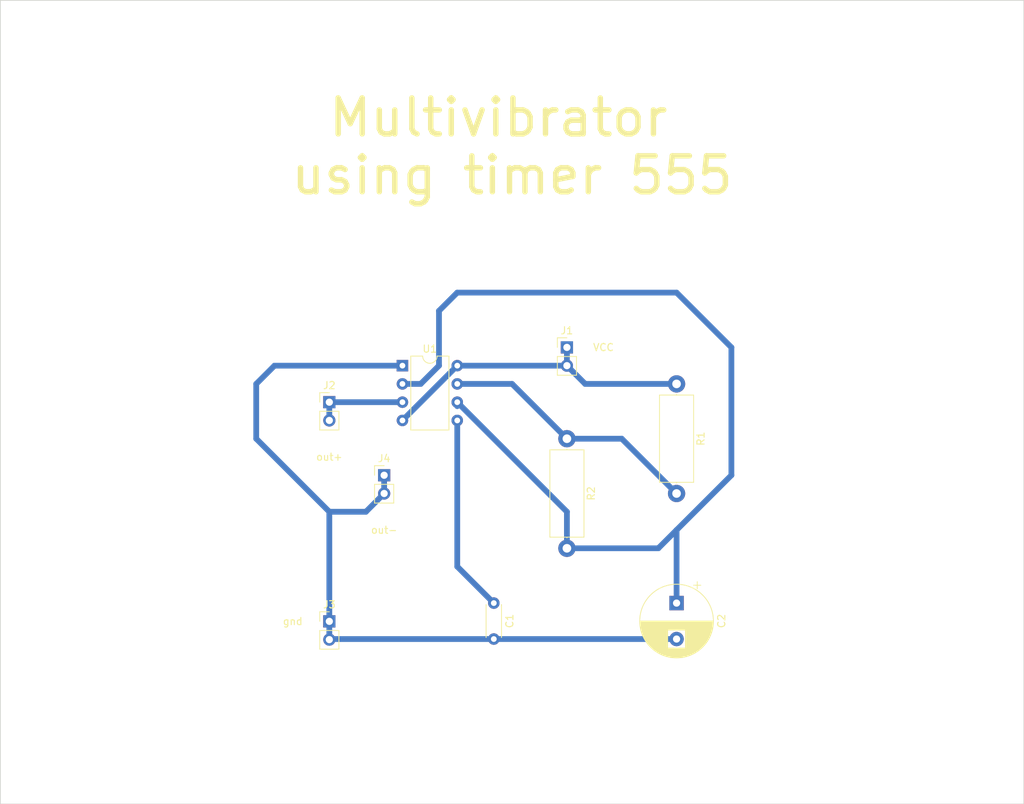
<source format=kicad_pcb>
(kicad_pcb (version 20211014) (generator pcbnew)
  (layers (0 "F.Cu" signal) (31 "B.Cu" signal) (34 "B.Paste" user) (35 "F.Paste" user) (36 "B.SilkS" user "B.Silkscreen") (37 "F.SilkS" user "F.Silkscreen") (38 "B.Mask" user) (39 "F.Mask" user) (44 "Edge.Cuts" user))
  (net 0 "")
  (net 1 "Net-(C1-Pad1)")
  (net 2 "Net-(C1-Pad2)")
  (net 3 "Net-(J1-Pad1)")
  (net 4 "Net-(J2-Pad1)")
  (net 5 "Net-(R1-Pad2)")
  (net 6 "Net-(C2-Pad1)")
  (footprint "Connector_PinHeader_2.54mm:PinHeader_1x02_P2.54mm_Vertical" (layer "F.Cu") (at 124.46 83.82)
    (fp_text reference "J2" (at 0 -2.33) (layer "F.SilkS"))
    (fp_text value "Conn_01x02_Male")
    (fp_line (start -1.33 1.27) (end 1.33 1.27) (layer "F.SilkS") (width 0.12))
    (fp_line (start -1.33 0) (end -1.33 -1.33) (layer "F.SilkS") (width 0.12))
    (fp_line (start 1.33 1.27) (end 1.33 3.87) (layer "F.SilkS") (width 0.12))
    (fp_line (start -1.33 -1.33) (end 0 -1.33) (layer "F.SilkS") (width 0.12))
    (fp_line (start -1.33 3.87) (end 1.33 3.87) (layer "F.SilkS") (width 0.12))
    (fp_line (start -1.33 1.27) (end -1.33 3.87) (layer "F.SilkS") (width 0.12))
    (pad "1" thru_hole rect (at 0 0) (size 1.7 1.7) (drill 1) (layers *.Cu *.Mask) (net 4 "Net-(J2-Pad1)"))
    (pad "2" thru_hole oval (at 0 2.54) (size 1.7 1.7) (drill 1) (layers *.Cu *.Mask) (net 4 "Net-(J2-Pad1)"))
  )
  (footprint "Capacitor_THT:C_Disc_D4.3mm_W1.9mm_P5.00mm" (layer "F.Cu") (at 147.32 111.76 -90)
    (fp_text reference "C1" (at 2.5 -2.2 90) (layer "F.SilkS"))
    (fp_text value "C")
    (fp_line (start 4.77 -1.07) (end 4.77 -1.055) (layer "F.SilkS") (width 0.12))
    (fp_line (start 4.77 1.055) (end 4.77 1.07) (layer "F.SilkS") (width 0.12))
    (fp_line (start 0.23 -1.07) (end 0.23 -1.055) (layer "F.SilkS") (width 0.12))
    (fp_line (start 0.23 1.055) (end 0.23 1.07) (layer "F.SilkS") (width 0.12))
    (fp_line (start 0.23 1.07) (end 4.77 1.07) (layer "F.SilkS") (width 0.12))
    (fp_line (start 0.23 -1.07) (end 4.77 -1.07) (layer "F.SilkS") (width 0.12))
    (pad "1" thru_hole circle (at 0 0 270) (size 1.6 1.6) (drill 0.8) (layers *.Cu *.Mask) (net 1 "Net-(C1-Pad1)"))
    (pad "2" thru_hole circle (at 5 0 270) (size 1.6 1.6) (drill 0.8) (layers *.Cu *.Mask) (net 2 "Net-(C1-Pad2)"))
  )
  (footprint "Resistor_THT:R_Axial_DIN0414_L11.9mm_D4.5mm_P15.24mm_Horizontal" (layer "F.Cu") (at 157.48 88.9 -90)
    (fp_text reference "R2" (at 7.62 -3.37 -270) (layer "F.SilkS"))
    (fp_text value "R_US")
    (fp_line (start 1.44 0) (end 1.55 0) (layer "F.SilkS") (width 0.12))
    (fp_line (start 13.69 2.37) (end 13.69 -2.37) (layer "F.SilkS") (width 0.12))
    (fp_line (start 13.69 -2.37) (end 1.55 -2.37) (layer "F.SilkS") (width 0.12))
    (fp_line (start 1.55 2.37) (end 13.69 2.37) (layer "F.SilkS") (width 0.12))
    (fp_line (start 13.8 0) (end 13.69 0) (layer "F.SilkS") (width 0.12))
    (fp_line (start 1.55 -2.37) (end 1.55 2.37) (layer "F.SilkS") (width 0.12))
    (pad "1" thru_hole circle (at 0 0 270) (size 2.4 2.4) (drill 1.2) (layers *.Cu *.Mask) (net 5 "Net-(R1-Pad2)"))
    (pad "2" thru_hole oval (at 15.24 0 270) (size 2.4 2.4) (drill 1.2) (layers *.Cu *.Mask) (net 6 "Net-(C2-Pad1)"))
  )
  (footprint "Capacitor_THT:CP_Radial_D10.0mm_P5.00mm" (layer "F.Cu") (at 172.72 111.76 -90)
    (fp_text reference "C2" (at 2.5 -6.25 90) (layer "F.SilkS"))
    (fp_text value "C")
    (fp_line (start 4.141 -4.811) (end 4.141 -1.241) (layer "F.SilkS") (width 0.12))
    (fp_line (start 4.501 -4.674) (end 4.501 -1.241) (layer "F.SilkS") (width 0.12))
    (fp_line (start 7.421 -1.378) (end 7.421 1.378) (layer "F.SilkS") (width 0.12))
    (fp_line (start 6.101 -3.601) (end 6.101 -1.241) (layer "F.SilkS") (width 0.12))
    (fp_line (start 3.741 -4.928) (end 3.741 4.928) (layer "F.SilkS") (width 0.12))
    (fp_line (start 6.141 -3.561) (end 6.141 -1.241) (layer "F.SilkS") (width 0.12))
    (fp_line (start 5.021 1.241) (end 5.021 4.417) (layer "F.SilkS") (width 0.12))
    (fp_line (start 7.581 -0.599) (end 7.581 0.599) (layer "F.SilkS") (width 0.12))
    (fp_line (start 4.141 1.241) (end 4.141 4.811) (layer "F.SilkS") (width 0.12))
    (fp_line (start 6.061 -3.64) (end 6.061 -1.241) (layer "F.SilkS") (width 0.12))
    (fp_line (start 2.7 -5.077) (end 2.7 5.077) (layer "F.SilkS") (width 0.12))
    (fp_line (start 3.18 -5.035) (end 3.18 5.035) (layer "F.SilkS") (width 0.12))
    (fp_line (start 5.981 1.241) (end 5.981 3.716) (layer "F.SilkS") (width 0.12))
    (fp_line (start 6.581 -3.054) (end 6.581 3.054) (layer "F.SilkS") (width 0.12))
    (fp_line (start 2.5 -5.08) (end 2.5 5.08) (layer "F.SilkS") (width 0.12))
    (fp_line (start 6.741 -2.83) (end 6.741 2.83) (layer "F.SilkS") (width 0.12))
    (fp_line (start 5.301 -4.247) (end 5.301 -1.241) (layer "F.SilkS") (width 0.12))
    (fp_line (start 5.061 1.241) (end 5.061 4.395) (layer "F.SilkS") (width 0.12))
    (fp_line (start 4.941 -4.462) (end 4.941 -1.241) (layer "F.SilkS") (width 0.12))
    (fp_line (start 4.861 -4.504) (end 4.861 -1.241) (layer "F.SilkS") (width 0.12))
    (fp_line (start 5.301 1.241) (end 5.301 4.247) (layer "F.SilkS") (width 0.12))
    (fp_line (start 4.541 1.241) (end 4.541 4.657) (layer "F.SilkS") (width 0.12))
    (fp_line (start 6.381 -3.301) (end 6.381 3.301) (layer "F.SilkS") (width 0.12))
    (fp_line (start 5.101 -4.371) (end 5.101 -1.241) (layer "F.SilkS") (width 0.12))
    (fp_line (start 3.901 1.241) (end 3.901 4.885) (layer "F.SilkS") (width 0.12))
    (fp_line (start 5.501 -4.11) (end 5.501 -1.241) (layer "F.SilkS") (width 0.12))
    (fp_line (start 5.741 1.241) (end 5.741 3.925) (layer "F.SilkS") (width 0.12))
    (fp_line (start 3.621 -4.956) (end 3.621 4.956) (layer "F.SilkS") (width 0.12))
    (fp_line (start 5.341 1.241) (end 5.341 4.221) (layer "F.SilkS") (width 0.12))
    (fp_line (start 7.221 -1.944) (end 7.221 1.944) (layer "F.SilkS") (width 0.12))
    (fp_line (start 4.861 1.241) (end 4.861 4.504) (layer "F.SilkS") (width 0.12))
    (fp_line (start 6.261 -3.436) (end 6.261 3.436) (layer "F.SilkS") (width 0.12))
    (fp_line (start 5.381 1.241) (end 5.381 4.194) (layer "F.SilkS") (width 0.12))
    (fp_line (start 4.101 1.241) (end 4.101 4.824) (layer "F.SilkS") (width 0.12))
    (fp_line (start 6.541 -3.106) (end 6.541 3.106) (layer "F.SilkS") (width 0.12))
    (fp_line (start 4.581 1.241) (end 4.581 4.639) (layer "F.SilkS") (width 0.12))
    (fp_line (start 5.261 -4.273) (end 5.261 -1.241) (layer "F.SilkS") (width 0.12))
    (fp_line (start 3.541 -4.974) (end 3.541 4.974) (layer "F.SilkS") (width 0.12))
    (fp_line (start 3.781 -4.918) (end 3.781 -1.241) (layer "F.SilkS") (width 0.12))
    (fp_line (start 4.421 1.241) (end 4.421 4.707) (layer "F.SilkS") (width 0.12))
    (fp_line (start 4.741 1.241) (end 4.741 4.564) (layer "F.SilkS") (width 0.12))
    (fp_line (start 4.461 1.241) (end 4.461 4.69) (layer "F.SilkS") (width 0.12))
    (fp_line (start 7.261 -1.846) (end 7.261 1.846) (layer "F.SilkS") (width 0.12))
    (fp_line (start 5.541 -4.08) (end 5.541 -1.241) (layer "F.SilkS") (width 0.12))
    (fp_line (start 5.941 1.241) (end 5.941 3.753) (layer "F.SilkS") (width 0.12))
    (fp_line (start 6.101 1.241) (end 6.101 3.601) (layer "F.SilkS") (width 0.12))
    (fp_line (start 2.94 -5.062) (end 2.94 5.062) (layer "F.SilkS") (width 0.12))
    (fp_line (start 5.141 1.241) (end 5.141 4.347) (layer "F.SilkS") (width 0.12))
    (fp_line (start 3.14 -5.04) (end 3.14 5.04) (layer "F.SilkS") (width 0.12))
    (fp_line (start 5.981 -3.716) (end 5.981 -1.241) (layer "F.SilkS") (width 0.12))
    (fp_line (start 4.501 1.241) (end 4.501 4.674) (layer "F.SilkS") (width 0.12))
    (fp_line (start -2.479646 -3.375) (end -2.479646 -2.375) (layer "F.SilkS") (width 0.12))
    (fp_line (start 4.941 1.241) (end 4.941 4.462) (layer "F.SilkS") (width 0.12))
    (fp_line (start 5.661 -3.989) (end 5.661 -1.241) (layer "F.SilkS") (width 0.12))
    (fp_line (start 7.061 -2.289) (end 7.061 2.289) (layer "F.SilkS") (width 0.12))
    (fp_line (start 2.9 -5.065) (end 2.9 5.065) (layer "F.SilkS") (width 0.12))
    (fp_line (start 7.501 -1.062) (end 7.501 1.062) (layer "F.SilkS") (width 0.12))
    (fp_line (start 7.181 -2.037) (end 7.181 2.037) (layer "F.SilkS") (width 0.12))
    (fp_line (start 6.621 -3) (end 6.621 3) (layer "F.SilkS") (width 0.12))
    (fp_line (start 4.021 1.241) (end 4.021 4.85) (layer "F.SilkS") (width 0.12))
    (fp_line (start 3.06 -5.05) (end 3.06 5.05) (layer "F.SilkS") (width 0.12))
    (fp_line (start 7.101 -2.209) (end 7.101 2.209) (layer "F.SilkS") (width 0.12))
    (fp_line (start 6.461 -3.206) (end 6.461 3.206) (layer "F.SilkS") (width 0.12))
    (fp_line (start 3.661 -4.947) (end 3.661 4.947) (layer "F.SilkS") (width 0.12))
    (fp_line (start 6.821 -2.709) (end 6.821 2.709) (layer "F.SilkS") (width 0.12))
    (fp_line (start 6.981 -2.439) (end 6.981 2.439) (layer "F.SilkS") (width 0.12))
    (fp_line (start 4.741 -4.564) (end 4.741 -1.241) (layer "F.SilkS") (width 0.12))
    (fp_line (start 6.181 1.241) (end 6.181 3.52) (layer "F.SilkS") (width 0.12))
    (fp_line (start 2.82 -5.07) (end 2.82 5.07) (layer "F.SilkS") (width 0.12))
    (fp_line (start 6.061 1.241) (end 6.061 3.64) (layer "F.SilkS") (width 0.12))
    (fp_line (start 4.781 1.241) (end 4.781 4.545) (layer "F.SilkS") (width 0.12))
    (fp_line (start 6.181 -3.52) (end 6.181 -1.241) (layer "F.SilkS") (width 0.12))
    (fp_line (start 5.621 1.241) (end 5.621 4.02) (layer "F.SilkS") (width 0.12))
    (fp_line (start 3.941 -4.874) (end 3.941 -1.241) (layer "F.SilkS") (width 0.12))
    (fp_line (start 6.861 -2.645) (end 6.861 2.645) (layer "F.SilkS") (width 0.12))
    (fp_line (start 4.101 -4.824) (end 4.101 -1.241) (layer "F.SilkS") (width 0.12))
    (fp_line (start 5.261 1.241) (end 5.261 4.273) (layer "F.SilkS") (width 0.12))
    (fp_line (start 5.821 -3.858) (end 5.821 -1.241) (layer "F.SilkS") (width 0.12))
    (fp_line (start 6.901 -2.579) (end 6.901 2.579) (layer "F.SilkS") (width 0.12))
    (fp_line (start 5.421 1.241) (end 5.421 4.166) (layer "F.SilkS") (width 0.12))
    (fp_line (start 6.021 1.241) (end 6.021 3.679) (layer "F.SilkS") (width 0.12))
    (fp_line (start 4.701 1.241) (end 4.701 4.584) (layer "F.SilkS") (width 0.12))
    (fp_line (start 6.941 -2.51) (end 6.941 2.51) (layer "F.SilkS") (width 0.12))
    (fp_line (start 4.661 -4.603) (end 4.661 -1.241) (layer "F.SilkS") (width 0.12))
    (fp_line (start 3.381 -5.004) (end 3.381 5.004) (layer "F.SilkS") (width 0.12))
    (fp_line (start 7.141 -2.125) (end 7.141 2.125) (layer "F.SilkS") (width 0.12))
    (fp_line (start 3.821 -4.907) (end 3.821 -1.241) (layer "F.SilkS") (width 0.12))
    (fp_line (start 2.78 -5.073) (end 2.78 5.073) (layer "F.SilkS") (width 0.12))
    (fp_line (start 5.781 -3.892) (end 5.781 -1.241) (layer "F.SilkS") (width 0.12))
    (fp_line (start 3.781 1.241) (end 3.781 4.918) (layer "F.SilkS") (width 0.12))
    (fp_line (start 6.221 1.241) (end 6.221 3.478) (layer "F.SilkS") (width 0.12))
    (fp_line (start 5.781 1.241) (end 5.781 3.892) (layer "F.SilkS") (width 0.12))
    (fp_line (start 5.661 1.241) (end 5.661 3.989) (layer "F.SilkS") (width 0.12))
    (fp_line (start -2.979646 -2.875) (end -1.979646 -2.875) (layer "F.SilkS") (width 0.12))
    (fp_line (start 6.701 -2.889) (end 6.701 2.889) (layer "F.SilkS") (width 0.12))
    (fp_line (start 5.461 -4.138) (end 5.461 -1.241) (layer "F.SilkS") (width 0.12))
    (fp_line (start 3.901 -4.885) (end 3.901 -1.241) (layer "F.SilkS") (width 0.12))
    (fp_line (start 4.221 1.241) (end 4.221 4.783) (layer "F.SilkS") (width 0.12))
    (fp_line (start 6.661 -2.945) (end 6.661 2.945) (layer "F.SilkS") (width 0.12))
    (fp_line (start 5.861 -3.824) (end 5.861 -1.241) (layer "F.SilkS") (width 0.12))
    (fp_line (start 6.421 -3.254) (end 6.421 3.254) (layer "F.SilkS") (width 0.12))
    (fp_line (start 6.301 -3.392) (end 6.301 3.392) (layer "F.SilkS") (width 0.12))
    (fp_line (start 2.98 -5.058) (end 2.98 5.058) (layer "F.SilkS") (width 0.12))
    (fp_line (start 5.901 -3.789) (end 5.901 -1.241) (layer "F.SilkS") (width 0.12))
    (fp_line (start 4.301 -4.754) (end 4.301 -1.241) (layer "F.SilkS") (width 0.12))
    (fp_line (start 5.221 1.241) (end 5.221 4.298) (layer "F.SilkS") (width 0.12))
    (fp_line (start 5.381 -4.194) (end 5.381 -1.241) (layer "F.SilkS") (width 0.12))
    (fp_line (start 4.701 -4.584) (end 4.701 -1.241) (layer "F.SilkS") (width 0.12))
    (fp_line (start 7.301 -1.742) (end 7.301 1.742) (layer "F.SilkS") (width 0.12))
    (fp_line (start 5.501 1.241) (end 5.501 4.11) (layer "F.SilkS") (width 0.12))
    (fp_line (start 5.421 -4.166) (end 5.421 -1.241) (layer "F.SilkS") (width 0.12))
    (fp_line (start 5.221 -4.298) (end 5.221 -1.241) (layer "F.SilkS") (width 0.12))
    (fp_line (start 3.981 1.241) (end 3.981 4.862) (layer "F.SilkS") (width 0.12))
    (fp_line (start 3.221 -5.03) (end 3.221 5.03) (layer "F.SilkS") (width 0.12))
    (fp_line (start 4.061 1.241) (end 4.061 4.837) (layer "F.SilkS") (width 0.12))
    (fp_line (start 4.381 -4.723) (end 4.381 -1.241) (layer "F.SilkS") (width 0.12))
    (fp_line (start 4.621 1.241) (end 4.621 4.621) (layer "F.SilkS") (width 0.12))
    (fp_line (start 5.581 1.241) (end 5.581 4.05) (layer "F.SilkS") (width 0.12))
    (fp_line (start 7.381 -1.51) (end 7.381 1.51) (layer "F.SilkS") (width 0.12))
    (fp_line (start 5.101 1.241) (end 5.101 4.371) (layer "F.SilkS") (width 0.12))
    (fp_line (start 4.181 -4.797) (end 4.181 -1.241) (layer "F.SilkS") (width 0.12))
    (fp_line (start 5.181 1.241) (end 5.181 4.323) (layer "F.SilkS") (width 0.12))
    (fp_line (start 3.461 -4.99) (end 3.461 4.99) (layer "F.SilkS") (width 0.12))
    (fp_line (start 4.461 -4.69) (end 4.461 -1.241) (layer "F.SilkS") (width 0.12))
    (fp_line (start 4.421 -4.707) (end 4.421 -1.241) (layer "F.SilkS") (width 0.12))
    (fp_line (start 4.621 -4.621) (end 4.621 -1.241) (layer "F.SilkS") (width 0.12))
    (fp_line (start 2.74 -5.075) (end 2.74 5.075) (layer "F.SilkS") (width 0.12))
    (fp_line (start 4.781 -4.545) (end 4.781 -1.241) (layer "F.SilkS") (width 0.12))
    (fp_line (start 4.901 -4.483) (end 4.901 -1.241) (layer "F.SilkS") (width 0.12))
    (fp_line (start 5.141 -4.347) (end 5.141 -1.241) (layer "F.SilkS") (width 0.12))
    (fp_line (start 3.341 -5.011) (end 3.341 5.011) (layer "F.SilkS") (width 0.12))
    (fp_line (start 4.261 -4.768) (end 4.261 -1.241) (layer "F.SilkS") (width 0.12))
    (fp_line (start 6.501 -3.156) (end 6.501 3.156) (layer "F.SilkS") (width 0.12))
    (fp_line (start 4.301 1.241) (end 4.301 4.754) (layer "F.SilkS") (width 0.12))
    (fp_line (start 4.901 1.241) (end 4.901 4.483) (layer "F.SilkS") (width 0.12))
    (fp_line (start 6.781 -2.77) (end 6.781 2.77) (layer "F.SilkS") (width 0.12))
    (fp_line (start 4.661 1.241) (end 4.661 4.603) (layer "F.SilkS") (width 0.12))
    (fp_line (start 5.021 -4.417) (end 5.021 -1.241) (layer "F.SilkS") (width 0.12))
    (fp_line (start 3.501 -4.982) (end 3.501 4.982) (layer "F.SilkS") (width 0.12))
    (fp_line (start 3.02 -5.054) (end 3.02 5.054) (layer "F.SilkS") (width 0.12))
    (fp_line (start 5.541 1.241) (end 5.541 4.08) (layer "F.SilkS") (width 0.12))
    (fp_line (start 3.941 1.241) (end 3.941 4.874) (layer "F.SilkS") (width 0.12))
    (fp_line (start 4.021 -4.85) (end 4.021 -1.241) (layer "F.SilkS") (width 0.12))
    (fp_line (start 5.701 1.241) (end 5.701 3.957) (layer "F.SilkS") (width 0.12))
    (fp_line (start 4.221 -4.783) (end 4.221 -1.241) (layer "F.SilkS") (width 0.12))
    (fp_line (start 4.541 -4.657) (end 4.541 -1.241) (layer "F.SilkS") (width 0.12))
    (fp_line (start 4.981 1.241) (end 4.981 4.44) (layer "F.SilkS") (width 0.12))
    (fp_line (start 7.341 -1.63) (end 7.341 1.63) (layer "F.SilkS") (width 0.12))
    (fp_line (start 4.381 1.241) (end 4.381 4.723) (layer "F.SilkS") (width 0.12))
    (fp_line (start 3.821 1.241) (end 3.821 4.907) (layer "F.SilkS") (width 0.12))
    (fp_line (start 5.341 -4.221) (end 5.341 -1.241) (layer "F.SilkS") (width 0.12))
    (fp_line (start 4.341 -4.738) (end 4.341 -1.241) (layer "F.SilkS") (width 0.12))
    (fp_line (start 3.421 -4.997) (end 3.421 4.997) (layer "F.SilkS") (width 0.12))
    (fp_line (start 4.181 1.241) (end 4.181 4.797) (layer "F.SilkS") (width 0.12))
    (fp_line (start 5.461 1.241) (end 5.461 4.138) (layer "F.SilkS") (width 0.12))
    (fp_line (start 3.861 1.241) (end 3.861 4.897) (layer "F.SilkS") (width 0.12))
    (fp_line (start 5.941 -3.753) (end 5.941 -1.241) (layer "F.SilkS") (width 0.12))
    (fp_line (start 4.821 -4.525) (end 4.821 -1.241) (layer "F.SilkS") (width 0.12))
    (fp_line (start 7.541 -0.862) (end 7.541 0.862) (layer "F.SilkS") (width 0.12))
    (fp_line (start 3.701 -4.938) (end 3.701 4.938) (layer "F.SilkS") (width 0.12))
    (fp_line (start 5.181 -4.323) (end 5.181 -1.241) (layer "F.SilkS") (width 0.12))
    (fp_line (start 2.66 -5.078) (end 2.66 5.078) (layer "F.SilkS") (width 0.12))
    (fp_line (start 5.861 1.241) (end 5.861 3.824) (layer "F.SilkS") (width 0.12))
    (fp_line (start 6.221 -3.478) (end 6.221 -1.241) (layer "F.SilkS") (width 0.12))
    (fp_line (start 4.261 1.241) (end 4.261 4.768) (layer "F.SilkS") (width 0.12))
    (fp_line (start 4.061 -4.837) (end 4.061 -1.241) (layer "F.SilkS") (width 0.12))
    (fp_line (start 6.021 -3.679) (end 6.021 -1.241) (layer "F.SilkS") (width 0.12))
    (fp_line (start 5.061 -4.395) (end 5.061 -1.241) (layer "F.SilkS") (width 0.12))
    (fp_line (start 5.901 1.241) (end 5.901 3.789) (layer "F.SilkS") (width 0.12))
    (fp_line (start 5.741 -3.925) (end 5.741 -1.241) (layer "F.SilkS") (width 0.12))
    (fp_line (start 2.86 -5.068) (end 2.86 5.068) (layer "F.SilkS") (width 0.12))
    (fp_line (start 4.581 -4.639) (end 4.581 -1.241) (layer "F.SilkS") (width 0.12))
    (fp_line (start 6.141 1.241) (end 6.141 3.561) (layer "F.SilkS") (width 0.12))
    (fp_line (start 7.021 -2.365) (end 7.021 2.365) (layer "F.SilkS") (width 0.12))
    (fp_line (start 3.581 -4.965) (end 3.581 4.965) (layer "F.SilkS") (width 0.12))
    (fp_line (start 4.341 1.241) (end 4.341 4.738) (layer "F.SilkS") (width 0.12))
    (fp_line (start 4.821 1.241) (end 4.821 4.525) (layer "F.SilkS") (width 0.12))
    (fp_line (start 3.981 -4.862) (end 3.981 -1.241) (layer "F.SilkS") (width 0.12))
    (fp_line (start 2.62 -5.079) (end 2.62 5.079) (layer "F.SilkS") (width 0.12))
    (fp_line (start 7.461 -1.23) (end 7.461 1.23) (layer "F.SilkS") (width 0.12))
    (fp_line (start 5.821 1.241) (end 5.821 3.858) (layer "F.SilkS") (width 0.12))
    (fp_line (start 3.861 -4.897) (end 3.861 -1.241) (layer "F.SilkS") (width 0.12))
    (fp_line (start 4.981 -4.44) (end 4.981 -1.241) (layer "F.SilkS") (width 0.12))
    (fp_line (start 2.58 -5.08) (end 2.58 5.08) (layer "F.SilkS") (width 0.12))
    (fp_line (start 3.1 -5.045) (end 3.1 5.045) (layer "F.SilkS") (width 0.12))
    (fp_line (start 5.581 -4.05) (end 5.581 -1.241) (layer "F.SilkS") (width 0.12))
    (fp_line (start 5.701 -3.957) (end 5.701 -1.241) (layer "F.SilkS") (width 0.12))
    (fp_line (start 6.341 -3.347) (end 6.341 3.347) (layer "F.SilkS") (width 0.12))
    (fp_line (start 2.54 -5.08) (end 2.54 5.08) (layer "F.SilkS") (width 0.12))
    (fp_line (start 3.261 -5.024) (end 3.261 5.024) (layer "F.SilkS") (width 0.12))
    (fp_line (start 3.301 -5.018) (end 3.301 5.018) (layer "F.SilkS") (width 0.12))
    (fp_line (start 5.621 -4.02) (end 5.621 -1.241) (layer "F.SilkS") (width 0.12))
    (fp_circle (center 2.5 0) (end 7.62 0) (layer "F.SilkS") (width 0.12) (fill none))
    (pad "1" thru_hole rect (at 0 0 270) (size 2 2) (drill 1) (layers *.Cu *.Mask) (net 6 "Net-(C2-Pad1)"))
    (pad "2" thru_hole circle (at 5 0 270) (size 2 2) (drill 1) (layers *.Cu *.Mask) (net 2 "Net-(C1-Pad2)"))
  )
  (footprint "Resistor_THT:R_Axial_DIN0414_L11.9mm_D4.5mm_P15.24mm_Horizontal" (layer "F.Cu") (at 172.72 81.28 -90)
    (fp_text reference "R1" (at 7.62 -3.37 90) (layer "F.SilkS"))
    (fp_text value "R_US")
    (fp_line (start 1.55 -2.37) (end 1.55 2.37) (layer "F.SilkS") (width 0.12))
    (fp_line (start 13.69 2.37) (end 13.69 -2.37) (layer "F.SilkS") (width 0.12))
    (fp_line (start 1.55 2.37) (end 13.69 2.37) (layer "F.SilkS") (width 0.12))
    (fp_line (start 13.69 -2.37) (end 1.55 -2.37) (layer "F.SilkS") (width 0.12))
    (fp_line (start 1.44 0) (end 1.55 0) (layer "F.SilkS") (width 0.12))
    (fp_line (start 13.8 0) (end 13.69 0) (layer "F.SilkS") (width 0.12))
    (pad "1" thru_hole circle (at 0 0 270) (size 2.4 2.4) (drill 1.2) (layers *.Cu *.Mask) (net 3 "Net-(J1-Pad1)"))
    (pad "2" thru_hole oval (at 15.24 0 270) (size 2.4 2.4) (drill 1.2) (layers *.Cu *.Mask) (net 5 "Net-(R1-Pad2)"))
  )
  (footprint "Connector_PinHeader_2.54mm:PinHeader_1x02_P2.54mm_Vertical" (layer "F.Cu") (at 132.08 93.98)
    (fp_text reference "J4" (at 0 -2.33) (layer "F.SilkS"))
    (fp_text value "Conn_01x02_Male")
    (fp_line (start 1.33 1.27) (end 1.33 3.87) (layer "F.SilkS") (width 0.12))
    (fp_line (start -1.33 1.27) (end 1.33 1.27) (layer "F.SilkS") (width 0.12))
    (fp_line (start -1.33 0) (end -1.33 -1.33) (layer "F.SilkS") (width 0.12))
    (fp_line (start -1.33 1.27) (end -1.33 3.87) (layer "F.SilkS") (width 0.12))
    (fp_line (start -1.33 -1.33) (end 0 -1.33) (layer "F.SilkS") (width 0.12))
    (fp_line (start -1.33 3.87) (end 1.33 3.87) (layer "F.SilkS") (width 0.12))
    (pad "1" thru_hole rect (at 0 0) (size 1.7 1.7) (drill 1) (layers *.Cu *.Mask) (net 2 "Net-(C1-Pad2)"))
    (pad "2" thru_hole oval (at 0 2.54) (size 1.7 1.7) (drill 1) (layers *.Cu *.Mask) (net 2 "Net-(C1-Pad2)"))
  )
  (footprint "Package_DIP:DIP-8_W7.62mm" (layer "F.Cu") (at 134.62 78.74)
    (fp_text reference "U1" (at 3.81 -2.33) (layer "F.SilkS"))
    (fp_text value "NE555P")
    (fp_line (start 6.46 8.95) (end 6.46 -1.33) (layer "F.SilkS") (width 0.12))
    (fp_line (start 1.16 8.95) (end 6.46 8.95) (layer "F.SilkS") (width 0.12))
    (fp_line (start 2.81 -1.33) (end 1.16 -1.33) (layer "F.SilkS") (width 0.12))
    (fp_line (start 1.16 -1.33) (end 1.16 8.95) (layer "F.SilkS") (width 0.12))
    (fp_line (start 6.46 -1.33) (end 4.81 -1.33) (layer "F.SilkS") (width 0.12))
    (fp_arc (start 4.81 -1.33) (mid 3.81 -0.33) (end 2.81 -1.33) (layer "F.SilkS") (width 0.12))
    (pad "1" thru_hole rect (at 0 0) (size 1.6 1.6) (drill 0.8) (layers *.Cu *.Mask) (net 2 "Net-(C1-Pad2)"))
    (pad "2" thru_hole oval (at 0 2.54) (size 1.6 1.6) (drill 0.8) (layers *.Cu *.Mask) (net 6 "Net-(C2-Pad1)"))
    (pad "3" thru_hole oval (at 0 5.08) (size 1.6 1.6) (drill 0.8) (layers *.Cu *.Mask) (net 4 "Net-(J2-Pad1)"))
    (pad "4" thru_hole oval (at 0 7.62) (size 1.6 1.6) (drill 0.8) (layers *.Cu *.Mask) (net 3 "Net-(J1-Pad1)"))
    (pad "5" thru_hole oval (at 7.62 7.62) (size 1.6 1.6) (drill 0.8) (layers *.Cu *.Mask) (net 1 "Net-(C1-Pad1)"))
    (pad "6" thru_hole oval (at 7.62 5.08) (size 1.6 1.6) (drill 0.8) (layers *.Cu *.Mask) (net 6 "Net-(C2-Pad1)"))
    (pad "7" thru_hole oval (at 7.62 2.54) (size 1.6 1.6) (drill 0.8) (layers *.Cu *.Mask) (net 5 "Net-(R1-Pad2)"))
    (pad "8" thru_hole oval (at 7.62 0) (size 1.6 1.6) (drill 0.8) (layers *.Cu *.Mask) (net 3 "Net-(J1-Pad1)"))
  )
  (footprint "Connector_PinHeader_2.54mm:PinHeader_1x02_P2.54mm_Vertical" (layer "F.Cu") (at 124.46 114.3)
    (fp_text reference "J3" (at 0 -2.33) (layer "F.SilkS"))
    (fp_text value "Conn_01x02_Male")
    (fp_line (start 1.33 1.27) (end 1.33 3.87) (layer "F.SilkS") (width 0.12))
    (fp_line (start -1.33 1.27) (end 1.33 1.27) (layer "F.SilkS") (width 0.12))
    (fp_line (start -1.33 3.87) (end 1.33 3.87) (layer "F.SilkS") (width 0.12))
    (fp_line (start -1.33 1.27) (end -1.33 3.87) (layer "F.SilkS") (width 0.12))
    (fp_line (start -1.33 0) (end -1.33 -1.33) (layer "F.SilkS") (width 0.12))
    (fp_line (start -1.33 -1.33) (end 0 -1.33) (layer "F.SilkS") (width 0.12))
    (pad "1" thru_hole rect (at 0 0) (size 1.7 1.7) (drill 1) (layers *.Cu *.Mask) (net 2 "Net-(C1-Pad2)"))
    (pad "2" thru_hole oval (at 0 2.54) (size 1.7 1.7) (drill 1) (layers *.Cu *.Mask) (net 2 "Net-(C1-Pad2)"))
  )
  (footprint "Connector_PinHeader_2.54mm:PinHeader_1x02_P2.54mm_Vertical" (layer "F.Cu") (at 157.48 76.2)
    (fp_text reference "J1" (at 0 -2.33) (layer "F.SilkS"))
    (fp_text value "Conn_01x02_Male")
    (fp_line (start -1.33 0) (end -1.33 -1.33) (layer "F.SilkS") (width 0.12))
    (fp_line (start -1.33 1.27) (end -1.33 3.87) (layer "F.SilkS") (width 0.12))
    (fp_line (start -1.33 3.87) (end 1.33 3.87) (layer "F.SilkS") (width 0.12))
    (fp_line (start -1.33 -1.33) (end 0 -1.33) (layer "F.SilkS") (width 0.12))
    (fp_line (start 1.33 1.27) (end 1.33 3.87) (layer "F.SilkS") (width 0.12))
    (fp_line (start -1.33 1.27) (end 1.33 1.27) (layer "F.SilkS") (width 0.12))
    (pad "1" thru_hole rect (at 0 0) (size 1.7 1.7) (drill 1) (layers *.Cu *.Mask) (net 3 "Net-(J1-Pad1)"))
    (pad "2" thru_hole oval (at 0 2.54) (size 1.7 1.7) (drill 1) (layers *.Cu *.Mask) (net 3 "Net-(J1-Pad1)"))
  )
  (gr_rect (start 78.74 27.94) (end 220.98 139.7) (layer "Edge.Cuts") (width 0.1) (fill none))
  (gr_text "gnd" (at 119.38 114.3) (layer "F.SilkS") (effects (font (size 1 1))))
  (gr_text "Multivibrator \nusing timer 555" (at 149.86 48.26) (layer "F.SilkS") (effects (font (size 5 5) (thickness 0.75))))
  (gr_text "out-\n" (at 132.08 101.6) (layer "F.SilkS") (effects (font (size 1 1))))
  (gr_text "VCC" (at 162.56 76.2) (layer "F.SilkS") (effects (font (size 1 1))))
  (gr_text "out+" (at 124.46 91.44) (layer "F.SilkS") (effects (font (size 1 1))))
  (segment (start 142.24 86.36) (end 142.24 106.68) (width 0.8) (layer "B.Cu") (net 1))
  (segment (start 142.24 106.68) (end 147.32 111.76) (width 0.8) (layer "B.Cu") (net 1))
  (segment (start 114.3 81.28) (end 116.84 78.74) (width 0.8) (layer "B.Cu") (net 2))
  (segment (start 147.32 116.76) (end 172.72 116.76) (width 0.8) (layer "B.Cu") (net 2))
  (segment (start 129.54 99.06) (end 132.08 96.52) (width 0.8) (layer "B.Cu") (net 2))
  (segment (start 124.46 114.3) (end 124.46 99.06) (width 0.8) (layer "B.Cu") (net 2))
  (segment (start 124.46 116.84) (end 124.46 114.3) (width 0.8) (layer "B.Cu") (net 2))
  (segment (start 124.54 116.76) (end 124.46 116.84) (width 0.8) (layer "B.Cu") (net 2))
  (segment (start 124.46 99.06) (end 129.54 99.06) (width 0.8) (layer "B.Cu") (net 2))
  (segment (start 132.08 93.98) (end 132.08 96.52) (width 0.8) (layer "B.Cu") (net 2))
  (segment (start 124.46 99.06) (end 114.3 88.9) (width 0.8) (layer "B.Cu") (net 2))
  (segment (start 147.32 116.76) (end 124.54 116.76) (width 0.8) (layer "B.Cu") (net 2))
  (segment (start 116.84 78.74) (end 134.62 78.74) (width 0.8) (layer "B.Cu") (net 2))
  (segment (start 114.3 88.9) (end 114.3 81.28) (width 0.8) (layer "B.Cu") (net 2))
  (segment (start 160.02 81.28) (end 172.72 81.28) (width 0.8) (layer "B.Cu") (net 3))
  (segment (start 157.48 78.74) (end 160.02 81.28) (width 0.8) (layer "B.Cu") (net 3))
  (segment (start 142.24 78.74) (end 157.48 78.74) (width 0.8) (layer "B.Cu") (net 3))
  (segment (start 157.48 76.2) (end 157.48 78.74) (width 0.8) (layer "B.Cu") (net 3))
  (segment (start 142.24 78.74) (end 134.62 86.36) (width 0.8) (layer "B.Cu") (net 3))
  (segment (start 124.46 83.82) (end 134.62 83.82) (width 0.8) (layer "B.Cu") (net 4))
  (segment (start 124.46 83.82) (end 124.46 86.36) (width 0.8) (layer "B.Cu") (net 4))
  (segment (start 165.1 88.9) (end 157.48 88.9) (width 0.8) (layer "B.Cu") (net 5))
  (segment (start 157.48 88.9) (end 149.86 81.28) (width 0.8) (layer "B.Cu") (net 5))
  (segment (start 172.72 96.52) (end 165.1 88.9) (width 0.8) (layer "B.Cu") (net 5))
  (segment (start 149.86 81.28) (end 142.24 81.28) (width 0.8) (layer "B.Cu") (net 5))
  (segment (start 180.34 76.2) (end 180.34 93.98) (width 0.8) (layer "B.Cu") (net 6))
  (segment (start 137.16 81.28) (end 139.7 78.74) (width 0.8) (layer "B.Cu") (net 6))
  (segment (start 157.48 104.14) (end 170.18 104.14) (width 0.8) (layer "B.Cu") (net 6))
  (segment (start 157.48 104.14) (end 157.48 99.06) (width 0.8) (layer "B.Cu") (net 6))
  (segment (start 139.7 71.12) (end 142.24 68.58) (width 0.8) (layer "B.Cu") (net 6))
  (segment (start 170.18 104.14) (end 172.72 101.6) (width 0.8) (layer "B.Cu") (net 6))
  (segment (start 142.24 68.58) (end 172.72 68.58) (width 0.8) (layer "B.Cu") (net 6))
  (segment (start 172.72 68.58) (end 180.34 76.2) (width 0.8) (layer "B.Cu") (net 6))
  (segment (start 180.34 93.98) (end 172.72 101.6) (width 0.8) (layer "B.Cu") (net 6))
  (segment (start 139.7 78.74) (end 139.7 71.12) (width 0.8) (layer "B.Cu") (net 6))
  (segment (start 157.48 99.06) (end 142.24 83.82) (width 0.8) (layer "B.Cu") (net 6))
  (segment (start 172.72 101.6) (end 172.72 111.76) (width 0.8) (layer "B.Cu") (net 6))
  (segment (start 142.24 84.380101) (end 142.24 83.82) (width 0.8) (layer "B.Cu") (net 6))
  (segment (start 134.62 81.28) (end 137.16 81.28) (width 0.8) (layer "B.Cu") (net 6))
)
</source>
